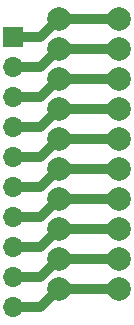
<source format=gbl>
G04 #@! TF.GenerationSoftware,KiCad,Pcbnew,7.0.7*
G04 #@! TF.CreationDate,2023-11-28T10:37:46+01:00*
G04 #@! TF.ProjectId,wago kf141v adapter,7761676f-206b-4663-9134-317620616461,rev?*
G04 #@! TF.SameCoordinates,Original*
G04 #@! TF.FileFunction,Copper,L2,Bot*
G04 #@! TF.FilePolarity,Positive*
%FSLAX46Y46*%
G04 Gerber Fmt 4.6, Leading zero omitted, Abs format (unit mm)*
G04 Created by KiCad (PCBNEW 7.0.7) date 2023-11-28 10:37:46*
%MOMM*%
%LPD*%
G01*
G04 APERTURE LIST*
G04 #@! TA.AperFunction,ComponentPad*
%ADD10R,1.700000X1.700000*%
G04 #@! TD*
G04 #@! TA.AperFunction,ComponentPad*
%ADD11O,1.700000X1.700000*%
G04 #@! TD*
G04 #@! TA.AperFunction,ComponentPad*
%ADD12C,2.000000*%
G04 #@! TD*
G04 #@! TA.AperFunction,Conductor*
%ADD13C,0.812800*%
G04 #@! TD*
G04 APERTURE END LIST*
D10*
X138430000Y-75570000D03*
D11*
X138430000Y-78110000D03*
X138430000Y-80650000D03*
X138430000Y-83190000D03*
X138430000Y-85730000D03*
X138430000Y-88270000D03*
X138430000Y-90810000D03*
X138430000Y-93350000D03*
X138430000Y-95890000D03*
X138430000Y-98430000D03*
D12*
X147360000Y-74025000D03*
X142280000Y-74025000D03*
X147360000Y-76565000D03*
X142280000Y-76565000D03*
X147360000Y-79105000D03*
X142280000Y-79105000D03*
X147360000Y-81645000D03*
X142280000Y-81645000D03*
X147360000Y-84185000D03*
X142280000Y-84185000D03*
X147360000Y-86725000D03*
X142280000Y-86725000D03*
X147360000Y-89265000D03*
X142280000Y-89265000D03*
X147360000Y-91805000D03*
X142280000Y-91805000D03*
X147360000Y-94345000D03*
X142280000Y-94345000D03*
X147360000Y-96885000D03*
X142280000Y-96885000D03*
D13*
X140735000Y-98430000D02*
X142280000Y-96885000D01*
X138430000Y-98430000D02*
X140735000Y-98430000D01*
X140735000Y-95890000D02*
X142280000Y-94345000D01*
X138430000Y-95890000D02*
X140735000Y-95890000D01*
X140735000Y-93350000D02*
X142280000Y-91805000D01*
X138430000Y-93350000D02*
X140735000Y-93350000D01*
X140735000Y-88270000D02*
X142280000Y-86725000D01*
X138430000Y-83190000D02*
X140735000Y-83190000D01*
X140735000Y-80650000D02*
X142280000Y-79105000D01*
X138430000Y-80650000D02*
X140735000Y-80650000D01*
X138430000Y-75570000D02*
X140735000Y-75570000D01*
X142280000Y-74025000D02*
X147360000Y-74025000D01*
X147360000Y-79105000D02*
X142280000Y-79105000D01*
X142280000Y-91805000D02*
X147360000Y-91805000D01*
X142280000Y-76565000D02*
X147360000Y-76565000D01*
X142280000Y-81645000D02*
X147360000Y-81645000D01*
X147360000Y-94345000D02*
X142280000Y-94345000D01*
X140735000Y-83190000D02*
X142280000Y-81645000D01*
X142280000Y-86725000D02*
X147360000Y-86725000D01*
X138430000Y-85730000D02*
X140735000Y-85730000D01*
X147360000Y-89265000D02*
X142280000Y-89265000D01*
X138430000Y-78110000D02*
X140735000Y-78110000D01*
X140735000Y-90810000D02*
X142280000Y-89265000D01*
X142280000Y-96885000D02*
X147360000Y-96885000D01*
X140735000Y-85730000D02*
X142280000Y-84185000D01*
X147360000Y-84185000D02*
X142280000Y-84185000D01*
X138430000Y-90810000D02*
X140735000Y-90810000D01*
X140735000Y-78110000D02*
X142280000Y-76565000D01*
X140735000Y-75570000D02*
X142280000Y-74025000D01*
X138430000Y-88270000D02*
X140735000Y-88270000D01*
M02*

</source>
